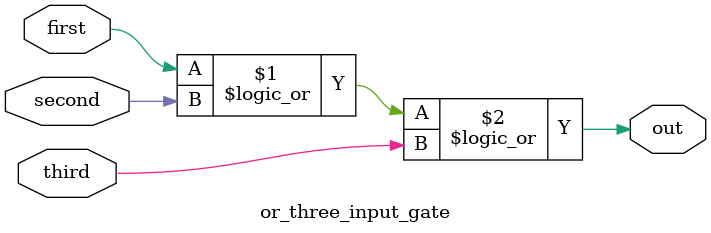
<source format=v>
`timescale 1ns/1ps

module or_three_input_gate (
    first,second,third,
    out
);

  input first,second,third;
  output out;

  assign out = first||second||third;

endmodule
</source>
